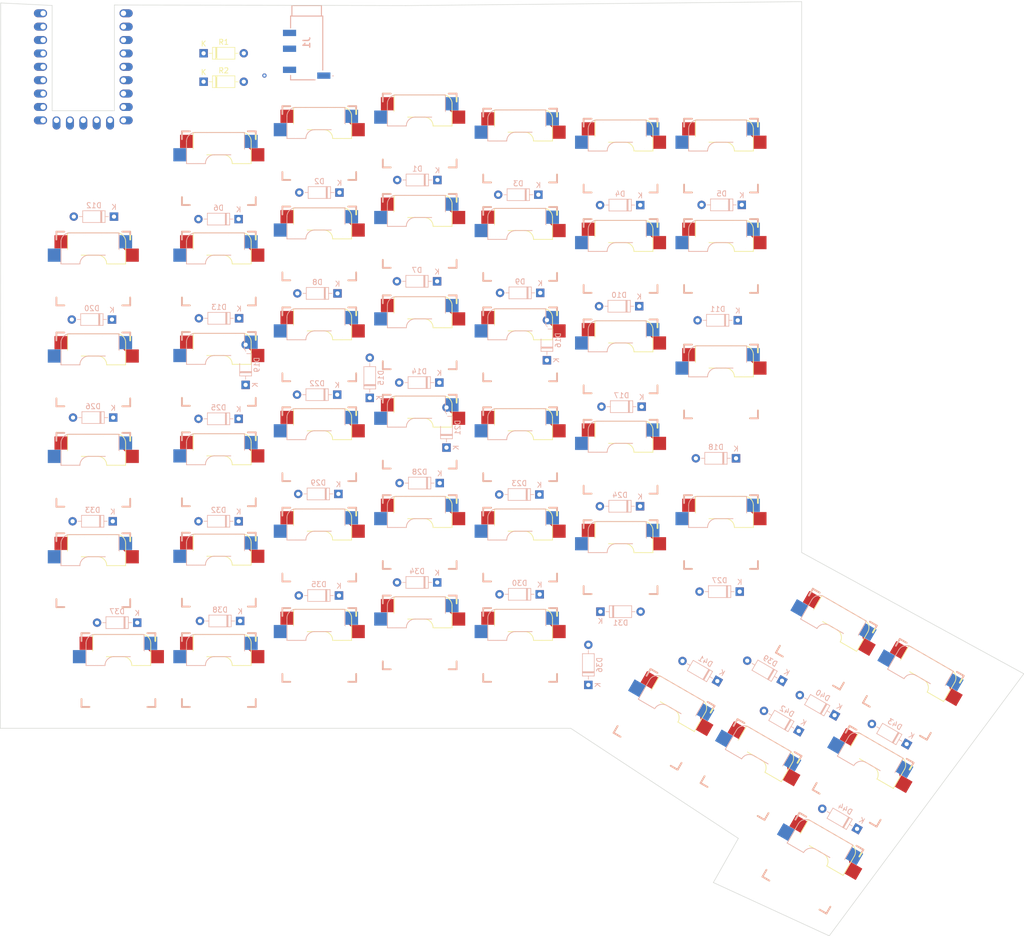
<source format=kicad_pcb>
(kicad_pcb (version 20221018) (generator pcbnew)
  (layers (0 "F.Cu" signal) (31 "B.Cu" signal) (34 "B.Paste" user) (35 "F.Paste" user) (36 "B.SilkS" user "B.Silkscreen") (37 "F.SilkS" user "F.Silkscreen") (38 "B.Mask" user) (39 "F.Mask" user) (44 "Edge.Cuts" user))
  (net 0 "")
  (net 1 "C0")
  (net 2 "C1")
  (net 3 "C2")
  (net 4 "C3")
  (net 5 "C4")
  (net 6 "C5")
  (net 7 "C6")
  (net 8 "C7")
  (net 13 "GND")
  (net 14 "SDA")
  (net 15 "SCL")
  (net 16 "VCC")
  (net 17 "R0")
  (net 18 "R1")
  (net 19 "R2")
  (net 20 "R3")
  (net 22 "R4")
  (net 23 "R5")
  (net 24 "Net-(D1-A)")
  (net 25 "Net-(D2-A)")
  (net 26 "Net-(D3-A)")
  (net 27 "Net-(D4-A)")
  (net 28 "Net-(D5-A)")
  (net 29 "Net-(D6-A)")
  (net 30 "Net-(D7-A)")
  (net 31 "Net-(D8-A)")
  (net 32 "Net-(D9-A)")
  (net 33 "Net-(D10-A)")
  (net 34 "Net-(D11-A)")
  (net 35 "Net-(D12-A)")
  (net 36 "Net-(D13-A)")
  (net 37 "Net-(D14-A)")
  (net 38 "Net-(D15-A)")
  (net 39 "Net-(D16-A)")
  (net 40 "Net-(D17-A)")
  (net 41 "Net-(D18-A)")
  (net 42 "Net-(D19-A)")
  (net 43 "Net-(D20-A)")
  (net 44 "Net-(D21-A)")
  (net 45 "Net-(D22-A)")
  (net 46 "Net-(D23-A)")
  (net 47 "Net-(D24-A)")
  (net 48 "Net-(D25-A)")
  (net 49 "Net-(D26-A)")
  (net 50 "Net-(D27-A)")
  (net 51 "Net-(D28-A)")
  (net 52 "Net-(D29-A)")
  (net 53 "Net-(D30-A)")
  (net 54 "Net-(D31-A)")
  (net 55 "Net-(D32-A)")
  (net 56 "Net-(D33-A)")
  (net 57 "Net-(D34-A)")
  (net 58 "Net-(D35-A)")
  (net 59 "Net-(D36-A)")
  (net 60 "Net-(D37-A)")
  (net 61 "Net-(D38-A)")
  (net 62 "Net-(D39-A)")
  (net 63 "Net-(D40-A)")
  (net 64 "Net-(D41-A)")
  (net 65 "Net-(D42-A)")
  (net 66 "Net-(D43-A)")
  (net 67 "Net-(D44-A)")
  (footprint "vbdox:Kailh_MX_Socket_reversible" (layer "F.Cu") (at 139.93 87.7765)
    (fp_text reference "K16" hide)
    (fp_text value "KEYSW" hide)
  )
  (footprint "ScottoKeebs_Components:Diode_DO-35" (layer "F.Cu") (at 79.89 37.94)
    (fp_text reference "R2")
    (fp_text value "2.2K")
  )
  (footprint "vbdox:Kailh_MX_Socket_reversible" (layer "F.Cu") (at 120.88 47.2)
    (fp_text reference "K1" hide)
    (fp_text value "KEYSW" hide)
  )
  (footprint "vbdox:Kailh_MX_Socket_reversible" (layer "F.Cu") (at 63.73 149.59375)
    (fp_text reference "K37" hide)
    (fp_text value "KEYSW" hide)
  )
  (footprint "vbdox:Kailh_MX_Socket_reversible" (layer "F.Cu") (at 101.83 125.78125)
    (fp_text reference "K29" hide)
    (fp_text value "KEYSW" hide)
  )
  (footprint "vbdox:Kailh_MX_Socket_reversible" (layer "F.Cu") (at 82.78 73.39375)
    (fp_text reference "K13" hide)
    (fp_text value "KEYSW" hide)
  )
  (footprint "vbdox:Kailh_MX_Socket_reversible" (layer "F.Cu") (at 139.93 50.0575)
    (fp_text reference "K3" hide)
    (fp_text value "KEYSW" hide)
  )
  (footprint "vbdox:Kailh_MX_Socket_reversible" (layer "F.Cu") (at 120.88 142.45)
    (fp_text reference "K34" hide)
    (fp_text value "KEYSW" hide)
  )
  (footprint "vbdox:Kailh_MX_Socket_reversible" (layer "F.Cu") (at 178.03 51.9625)
    (fp_text reference "K5" hide)
    (fp_text value "KEYSW" hide)
  )
  (footprint "vbdox:Kailh_MX_Socket_reversible" (layer "F.Cu") (at 214.51196 153.251108 -30)
    (fp_text reference "K40" hide)
    (fp_text value "KEYSW" hide)
  )
  (footprint "ScottoKeebs_Components:Diode_DO-35" (layer "F.Cu") (at 79.89 32.54)
    (fp_text reference "R1")
    (fp_text value "2.2K")
  )
  (footprint "vbdox:Kailh_MX_Socket_reversible" (layer "F.Cu") (at 178.03 94.825)
    (fp_text reference "K18" hide)
    (fp_text value "KEYSW" hide)
  )
  (footprint "vbdox:Kailh_MX_Socket_reversible" (layer "F.Cu") (at 183.726676 168.472784 -30)
    (fp_text reference "K42" hide)
    (fp_text value "KEYSW" hide)
  )
  (footprint "vbdox:Kailh_MX_Socket_reversible" (layer "F.Cu") (at 120.88 66.25)
    (fp_text reference "K7" hide)
    (fp_text value "KEYSW" hide)
  )
  (footprint "vbdox:Kailh_MX_Socket_reversible" (layer "F.Cu") (at 167.228892 158.947784 -30)
    (fp_text reference "K41" hide)
    (fp_text value "KEYSW" hide)
  )
  (footprint "vbdox:Kailh_MX_Socket_reversible" (layer "F.Cu") (at 101.83 144.83125)
    (fp_text reference "K35" hide)
    (fp_text value "KEYSW" hide)
  )
  (footprint "vbdox:Kailh_MX_Socket_reversible" (layer "F.Cu") (at 58.9675 73.39375)
    (fp_text reference "K12" hide)
    (fp_text value "KEYSW" hide)
  )
  (footprint "vbdox:Kailh_MX_Socket_reversible" (layer "F.Cu") (at 82.78 111.49375)
    (fp_text reference "K25" hide)
    (fp_text value "KEYSW" hide)
  )
  (footprint "vbdox:Kailh_MX_Socket_reversible" (layer "F.Cu") (at 101.83 68.63125)
    (fp_text reference "K8" hide)
    (fp_text value "KEYSW" hide)
  )
  (footprint "vbdox:Kailh_MX_Socket_reversible" (layer "F.Cu") (at 158.98 90.0625)
    (fp_text reference "K17" hide)
    (fp_text value "KEYSW" hide)
  )
  (footprint "vbdox:Kailh_MX_Socket_reversible" (layer "F.Cu") (at 120.88 85.490499)
    (fp_text reference "K14" hide)
    (fp_text value "KEYSW" hide)
  )
  (footprint "vbdox:Kailh_MX_Socket_reversible" (layer "F.Cu") (at 82.78 54.34375)
    (fp_text reference "K6" hide)
    (fp_text value "KEYSW" hide)
  )
  (footprint "vbdox:Kailh_MX_Socket_reversible" (layer "F.Cu") (at 139.93 106.73125)
    (fp_text reference "K23" hide)
    (fp_text value "KEYSW" hide)
  )
  (footprint "vbdox:Kailh_MX_Socket_reversible" (layer "F.Cu") (at 101.83 106.73125)
    (fp_text reference "K22" hide)
    (fp_text value "KEYSW" hide)
  )
  (footprint "vbdox:Kailh_MX_Socket_reversible" (layer "F.Cu") (at 82.78 149.59375)
    (fp_text reference "K38" hide)
    (fp_text value "KEYSW" hide)
  )
  (footprint "vbdox:Kailh_MX_Socket_reversible" (layer "F.Cu") (at 158.98 51.9625)
    (fp_text reference "K4" hide)
    (fp_text value "KEYSW" hide)
  )
  (footprint "vbdox:Kailh_MX_Socket_reversible" (layer "F.Cu") (at 198.014176 143.726108 -30)
    (fp_text reference "K39" hide)
    (fp_text value "KEYSW" hide)
  )
  (footprint "vbdox:Kailh_MX_Socket_reversible" (layer "F.Cu") (at 58.9675 111.589)
    (fp_text reference "K26" hide)
    (fp_text value "KEYSW" hide)
  )
  (footprint "vbdox:Kailh_MX_Socket_reversible" (layer "F.Cu") (at 82.78 92.44375)
    (fp_text reference "K19" hide)
    (fp_text value "KEYSW" hide)
  )
  (footprint "vbdox:Kailh_MX_Socket_reversible" (layer "F.Cu") (at 82.78 130.54375)
    (fp_text reference "K32" hide)
    (fp_text value "KEYSW" hide)
  )
  (footprint "vbdox:Kailh_MX_Socket_reversible" (layer "F.Cu") (at 101.83 87.7765)
    (fp_text reference "K15" hide)
    (fp_text value "KEYSW" hide)
  )
  (footprint "vbdox:Kailh_MX_Socket_reversible" (layer "F.Cu") (at 139.93 68.726499)
    (fp_text reference "K9" hide)
    (fp_text value "KEYSW" hide)
  )
  (footprint "vbdox:Kailh_MX_Socket_reversible" (layer "F.Cu") (at 158.98 128.1625)
    (fp_text reference "K31" hide)
    (fp_text value "KEYSW" hide)
  )
  (footprint "vbdox:Kailh_MX_Socket_reversible" (layer "F.Cu") (at 58.9675 130.639)
    (fp_text reference "K33" hide)
    (fp_text value "KEYSW" hide)
  )
  (footprint "vbdox:Kailh_MX_Socket_reversible" (layer "F.Cu") (at 139.93 125.78125)
    (fp_text reference "K30" hide)
    (fp_text value "KEYSW" hide)
  )
  (footprint "vbdox:Kailh_MX_Socket_reversible" (layer "F.Cu") (at 158.98 71.0125)
    (fp_text reference "K10" hide)
    (fp_text value "KEYSW" hide)
  )
  (footprint "vbdox:Kailh_MX_Socket_reversible" (layer "F.Cu") (at 120.88 123.4)
    (fp_text reference "K28" hide)
    (fp_text value "KEYSW" hide)
  )
  (footprint "vbdox:Kailh_MX_Socket_reversible" (layer "F.Cu") (at 178.03 71.0125)
    (fp_text reference "K11" hide)
    (fp_text value "KEYSW" hide)
  )
  (footprint "vbdox:Kailh_MX_Socket_reversible" (layer "F.Cu") (at 158.98 109.1125)
    (fp_text reference "K24" hide)
    (fp_text value "KEYSW" hide)
  )
  (footprint "vbdox:Kailh_MX_Socket_reversible" (layer "F.Cu") (at 58.9675 92.539)
    (fp_text reference "K20" hide)
    (fp_text value "KEYSW" hide)
  )
  (footprint "vbdox:Kailh_MX_Socket_reversible" (layer "F.Cu") (at 178.03 123.4)
    (fp_text reference "K27" hide)
    (fp_text value "KEYSW" hide)
  )
  (footprint "vbdox:Kailh_MX_Socket_reversible" (layer "F.Cu") (at 204.98696 169.748892 -30)
    (fp_text reference "K43" hide)
    (fp_text value "KEYSW" hide)
  )
  (footprint "vbdox:Kailh_MX_Socket_reversible" (layer "F.Cu") (at 139.93 144.83125)
    (fp_text reference "K36" hide)
    (fp_text value "KEYSW" hide)
  )
  (footprint "vbdox:Kailh_MX_Socket_reversible" (layer "F.Cu") (at 120.88 104.35)
    (fp_text reference "K21" hide)
    (fp_text value "KEYSW" hide)
  )
  (footprint "vbdox:Kailh_MX_Socket_reversible" (layer "F.Cu") (at 101.83 49.58125)
    (fp_text reference "K2" hide)
    (fp_text value "KEYSW" hide)
  )
  (footprint "vbdox:Kailh_MX_Socket_reversible" (layer "F.Cu") (at 195.46196 186.246676 -30)
    (fp_text reference "K44" hide)
    (fp_text value "KEYSW" hide)
  )
  (footprint "ScottoKeebs_Components:Diode_DO-35" (layer "B.Cu") (at 143.74 78.01 180)
    (fp_text reference "D9")
    (fp_text value "Diode")
  )
  (footprint "ScottoKeebs_Components:Diode_DO-35" (layer "B.Cu") (at 62.66 121.36 180)
    (fp_text reference "D33")
    (fp_text value "Diode")
  )
  (footprint "ScottoKeebs_Components:Diode_DO-35" (layer "B.Cu") (at 105.29 78.11 180)
    (fp_text reference "D8")
    (fp_text value "Diode")
  )
  (footprint "ScottoKeebs_Components:Diode_DO-35" (layer "B.Cu") (at 105.23 97.33 180)
    (fp_text reference "D22")
    (fp_text value "Diode")
  )
  (footprint "ScottoKeebs_MCU:RP2040_Zero" (layer "B.Cu") (at 57.07 35.11 180)
    (fp_text reference "U1" hide)
    (fp_text value "RP2040_Zero" hide)
  )
  (footprint "ScottoKeebs_Components:Diode_DO-35" (layer "B.Cu") (at 125.96 107.38 90)
    (fp_text reference "D21")
    (fp_text value "Diode")
  )
  (footprint "ScottoKeebs_Components:Diode_DO-35" (layer "B.Cu") (at 86.62 82.84 180)
    (fp_text reference "D13")
    (fp_text value "Diode")
  )
  (footprint "ScottoKeebs_Components:Diode_DO-35" (layer "B.Cu") (at 162.71 61.35 180)
    (fp_text reference "D4")
    (fp_text value "Diode")
  )
  (footprint "ScottoKeebs_Components:Diode_DO-35" (layer "B.Cu") (at 180.88 109.41 180)
    (fp_text reference "D18")
    (fp_text value "Diode")
  )
  (footprint "ScottoKeebs_Components:Diode_DO-35" (layer "B.Cu") (at 145.01 90.8065 90)
    (fp_text reference "D16")
    (fp_text value "Diode")
  )
  (footprint "ScottoKeebs_Components:Diode_DO-35" (layer "B.Cu") (at 177.329557 151.685 150)
    (fp_text reference "D41")
    (fp_text value "Diode")
  )
  (footprint "ScottoKeebs_Components:Diode_DO-35" (layer "B.Cu") (at 86.53 64.01 180)
    (fp_text reference "D6")
    (fp_text value "Diode")
  )
  (footprint "ScottoKeebs_Components:Diode_DO-35" (layer "B.Cu") (at 105.57 135.45 180)
    (fp_text reference "D35")
    (fp_text value "Diode")
  )
  (footprint "ScottoKeebs_Components:Diode_DO-35" (layer "B.Cu") (at 162.98 99.61 180)
    (fp_text reference "D17")
    (fp_text value "Diode")
  )
  (footprint "ScottoKeebs_Components:Diode_DO-35" (layer "B.Cu") (at 213.249557 163.635 150)
    (fp_text reference "D43")
    (fp_text value "Diode")
  )
  (footprint "ScottoKeebs_Components:Diode_DO-35" (layer "B.Cu") (at 67.3 140.6 180)
    (fp_text reference "D37")
    (fp_text value "Diode")
  )
  (footprint "ScottoKeebs_Components:Diode_DO-35" (layer "B.Cu") (at 162.68 118.51 180)
    (fp_text reference "D24")
    (fp_text value "Diode")
  )
  (footprint "ScottoKeebs_Components:Diode_DO-35" (layer "B.Cu") (at 111.41 97.94 90)
    (fp_text reference "D15")
    (fp_text value "Diode")
  )
  (footprint "ScottoKeebs_Components:Diode_DO-35" (layer "B.Cu") (at 62.51 83.07 180)
    (fp_text reference "D20")
    (fp_text value "Diode")
  )
  (footprint "ScottoKeebs_Components:Diode_DO-35" (layer "B.Cu") (at 155.16 138.51)
    (fp_text reference "D31")
    (fp_text value "Diode")
  )
  (footprint "ScottoKeebs_Components:Diode_DO-35" (layer "B.Cu") (at 87.86 95.47375 90)
    (fp_text reference "D19")
    (fp_text value "Diode")
  )
  (footprint "ScottoKeebs_Components:Diode_DO-35" (layer "B.Cu") (at 124.18 75.82 180)
    (fp_text reference "D7")
    (fp_text value "Diode")
  )
  (footprint "ScottoKeebs_Components:Diode_DO-35" (layer "B.Cu") (at 143.39 59.38 180)
    (fp_text reference "D3")
    (fp_text value "Diode")
  )
  (footprint "ScottoKeebs_Components:Diode_DO-35" (layer "B.Cu") (at 181.58 134.71 180)
    (fp_text reference "D27")
    (fp_text value "Diode")
  )
  (footprint "ScottoKeebs_Components:Diode_DO-35" (layer "B.Cu") (at 62.89 63.54 180)
    (fp_text reference "D12")
    (fp_text value "Diode")
  )
  (footprint "ScottoKeebs_Components:Diode_DO-35" (layer "B.Cu") (at 124.2 132.97 180)
    (fp_text reference "D34")
    (fp_text value "Diode")
  )
  (footprint "ScottoKeebs_Components:Diode_DO-35" (layer "B.Cu") (at 143.64 135.22 180)
    (fp_text reference "D30")
    (fp_text value "Diode")
  )
  (footprint "ScottoKeebs_Components:Diode_DO-35" (layer "B.Cu") (at 152.87 152.42 90)
    (fp_text reference "D36")
    (fp_text value "Diode")
  )
  (footprint "ScottoKeebs_Components:Diode_DO-35" (layer "B.Cu") (at 203.839557 179.725 150)
    (fp_text reference "D44")
    (fp_text value "Diode")
  )
  (footprint "ScottoKeebs_Components:Diode_DO-35" (layer "B.Cu") (at 86.54 121.36 180)
    (fp_text reference "D32")
    (fp_text value "Diode")
  )
  (footprint "ScottoKeebs_Components:Diode_DO-35" (layer "B.Cu") (at 189.599557 151.625 150)
    (fp_text reference "D39")
    (fp_text value "Diode")
  )
  (footprint "ScottoKeebs_Components:Diode_DO-35" (layer "B.Cu") (at 86.54 101.91 180)
    (fp_text reference "D25")
    (fp_text value "Diode")
  )
  (footprint "ScottoKeebs_Components:Diode_DO-35" (layer "B.Cu") (at 181.21 83.22 180)
    (fp_text reference "D11")
    (fp_text value "Diode")
  )
  (footprint "ScottoKeebs_Components:Diode_DO-35" (layer "B.Cu") (at 199.579557 158.165 150)
    (fp_text reference "D40")
    (fp_text value "Diode")
  )
  (footprint "ScottoKeebs_Components:Diode_DO-35" (layer "B.Cu") (at 192.779557 161.155 150)
    (fp_text reference "D42")
    (fp_text value "Diode")
  )
  (footprint "ScottoKeebs_Components:Diode_DO-35" (layer "B.Cu") (at 143.58 116.28 180)
    (fp_text reference "D23")
    (fp_text value "Diode")
  )
  (footprint "ScottoKeebs_Components:Diode_DO-35" (layer "B.Cu") (at 124.61 95.04 180)
    (fp_text reference "D14")
    (fp_text value "Diode")
  )
  (footprint "vbdox:PRT12639" (layer "B.Cu") (at 99.44 30.53 -90)
    (fp_text reference "J1")
    (fp_text value "PRT-12639" hide)
  )
  (footprint "ScottoKeebs_Components:Diode_DO-35" (layer "B.Cu") (at 124.24 56.59 180)
    (fp_text reference "D1")
    (fp_text value "Diode")
  )
  (footprint "ScottoKeebs_Components:Diode_DO-35" (layer "B.Cu") (at 62.74 101.68 180)
    (fp_text reference "D26")
    (fp_text value "Diode")
  )
  (footprint "ScottoKeebs_Components:Diode_DO-35" (layer "B.Cu") (at 105.46 116.17 180)
    (fp_text reference "D29")
    (fp_text value "Diode")
  )
  (footprint "ScottoKeebs_Components:Diode_DO-35" (layer "B.Cu") (at 124.68 114.11 180)
    (fp_text reference "D28")
    (fp_text value "Diode")
  )
  (footprint "ScottoKeebs_Components:Diode_DO-35" (layer "B.Cu") (at 162.52 80.55 180)
    (fp_text reference "D10")
    (fp_text value "Diode")
  )
  (footprint "ScottoKeebs_Components:Diode_DO-35" (layer "B.Cu") (at 105.66 58.97 180)
    (fp_text reference "D2")
    (fp_text value "Diode")
  )
  (footprint "ScottoKeebs_Components:Diode_DO-35" (layer "B.Cu") (at 181.97 61.31 180)
    (fp_text reference "D5")
    (fp_text value "Diode")
  )
  (footprint "ScottoKeebs_Components:Diode_DO-35" (layer "B.Cu") (at 86.82 140.28 180)
    (fp_text reference "D38")
    (fp_text value "Diode")
  )
  (gr_line (start 193.33 127.29) (end 235.47 150.3) (stroke (width 0.1)) (layer "Edge.Cuts"))
  (gr_line (start 198.56 200.04) (end 176.58 189.92) (stroke (width 0.1)) (layer "Edge.Cuts"))
  (gr_line (start 118.21 23.49) (end 193.33 22.74) (stroke (width 0.1)) (layer "Edge.Cuts"))
  (gr_line (start 51.16 43.44) (end 62.97 43.44) (stroke (width 0.1)) (layer "Edge.Cuts"))
  (gr_line (start 176.58 189.92) (end 181.32 181.54) (stroke (width 0.1)) (layer "Edge.Cuts"))
  (gr_line (start 235.47 150.3) (end 198.56 200.04) (stroke (width 0.1)) (layer "Edge.Cuts"))
  (gr_line (start 41.32 160.65) (end 41.41 22.99) (stroke (width 0.1)) (layer "Edge.Cuts"))
  (gr_line (start 62.97 23.38) (end 94.05 23.43) (stroke (width 0.1)) (layer "Edge.Cuts"))
  (gr_line (start 181.32 181.54) (end 149.53 160.65) (stroke (width 0.1)) (layer "Edge.Cuts"))
  (gr_line (start 193.33 22.74) (end 193.33 127.29) (stroke (width 0.1)) (layer "Edge.Cuts"))
  (gr_line (start 94.05 23.43) (end 118.21 23.49) (stroke (width 0.1)) (layer "Edge.Cuts"))
  (gr_line (start 62.97 43.44) (end 62.97 23.38) (stroke (width 0.1)) (layer "Edge.Cuts"))
  (gr_line (start 51.16 23.47) (end 41.41 22.99) (stroke (width 0.1)) (layer "Edge.Cuts"))
  (gr_line (start 51.16 23.47) (end 51.16 43.44) (stroke (width 0.1)) (layer "Edge.Cuts"))
  (gr_line (start 149.53 160.65) (end 41.32 160.65) (stroke (width 0.1)) (layer "Edge.Cuts"))
  (via (at 91.43 36.77) (size 0.8) (drill 0.4) (layers "F.Cu" "B.Cu") (net 0))
  (segment (start 128.24 44.66) (end 128.01 44.66) (width 0.25) (layer "F.Cu") (net 24))
  (segment (start 128.01 44.66) (end 125.96 42.61) (width 0.25) (layer "F.Cu") (net 24))
  (segment (start 109.19 47.04125) (end 108.96 47.04125) (width 0.25) (layer "F.Cu") (net 25))
  (segment (start 108.96 47.04125) (end 106.91 44.99125) (width 0.25) (layer "F.Cu") (net 25))
  (segment (start 147.29 47.5175) (end 147.06 47.5175) (width 0.25) (layer "F.Cu") (net 26))
  (segment (start 147.06 47.5175) (end 145.01 45.4675) (width 0.25) (layer "F.Cu") (net 26))
  (segment (start 166.34 49.4225) (end 166.11 49.4225) (width 0.25) (layer "F.Cu") (net 27))
  (segment (start 166.11 49.4225) (end 164.06 47.3725) (width 0.25) (layer "F.Cu") (net 27))
  (segment (start 185.39 49.4225) (end 185.16 49.4225) (width 0.25) (layer "F.Cu") (net 28))
  (segment (start 185.16 49.4225) (end 183.11 47.3725) (width 0.25) (layer "F.Cu") (net 28))
  (segment (start 90.14 51.80375) (end 89.91 51.80375) (width 0.25) (layer "F.Cu") (net 29))
  (segment (start 89.91 51.80375) (end 87.86 49.75375) (width 0.25) (layer "F.Cu") (net 29))
  (segment (start 128.24 63.71) (end 128.01 63.71) (width 0.25) (layer "F.Cu") (net 30))
  (segment (start 128.01 63.71) (end 125.96 61.66) (width 0.25) (layer "F.Cu") (net 30))
  (segment (start 109.19 66.09125) (end 108.96 66.09125) (width 0.25) (layer "F.Cu") (net 31))
  (segment (start 108.96 66.09125) (end 106.91 64.04125) (width 0.25) (layer "F.Cu") (net 31))
  (segment (start 147.06 66.186499) (end 145.01 64.136499) (width 0.25) (layer "F.Cu") (net 32))
  (segment (start 147.29 66.186499) (end 147.06 66.186499) (width 0.25) (layer "F.Cu") (net 32))
  (segment (start 166.34 68.4725) (end 166.11 68.4725) (width 0.25) (layer "F.Cu") (net 33))
  (segment (start 166.11 68.4725) (end 164.06 66.4225) (width 0.25) (layer "F.Cu") (net 33))
  (segment (start 185.39 68.4725) (end 185.16 68.4725) (width 0.25) (layer "F.Cu") (net 34))
  (segment (start 185.16 68.4725) (end 183.11 66.4225) (width 0.25) (layer "F.Cu") (net 34))
  (segment (start 66.0975 70.85375) (end 64.0475 68.80375) (width 0.25) (layer "F.Cu") (net 35))
  (segment (start 66.3275 70.85375) (end 66.0975 70.85375) (width 0.25) (layer "F.Cu") (net 35))
  (segment (start 89.91 70.85375) (end 87.86 68.80375) (width 0.25) (layer "F.Cu") (net 36))
  (segment (start 90.14 70.85375) (end 89.91 70.85375) (width 0.25) (layer "F.Cu") (net 36))
  (segment (start 128.01 82.950499) (end 125.96 80.900499) (width 0.25) (layer "F.Cu") (net 37))
  (segment (start 128.24 82.950499) (end 128.01 82.950499) (width 0.25) (layer "F.Cu") (net 37))
  (segment (start 109.19 85.2365) (end 108.96 85.2365) (width 0.25) (layer "F.Cu") (net 38))
  (segment (start 108.96 85.2365) (end 106.91 83.1865) (width 0.25) (layer "F.Cu") (net 38))
  (segment (start 147.06 85.2365) (end 145.01 83.1865) (width 0.25) (layer "F.Cu") (net 39))
  (segment (start 147.29 85.2365) (end 147.06 85.2365) (width 0.25) (layer "F.Cu") (net 39))
  (segment (start 166.11 87.5225) (end 164.06 85.4725) (width 0.25) (layer "F.Cu") (net 40))
  (segment (start 166.34 87.5225) (end 166.11 87.5225) (width 0.25) (layer "F.Cu") (net 40))
  (segment (start 185.39 92.285) (end 185.16 92.285) (width 0.25) (layer "F.Cu") (net 41))
  (segment (start 185.16 92.285) (end 183.11 90.235) (width 0.25) (layer "F.Cu") (net 41))
  (segment (start 89.91 89.90375) (end 87.86 87.85375) (width 0.25) (layer "F.Cu") (net 42))
  (segment (start 90.14 89.90375) (end 89.91 89.90375) (width 0.25) (layer "F.Cu") (net 42))
  (segment (start 66.0975 89.999) (end 64.0475 87.949) (width 0.25) (layer "F.Cu") (net 43))
  (segment (start 66.3275 89.999) (end 66.0975 89.999) (width 0.25) (layer "F.Cu") (net 43))
  (segment (start 128.24 101.81) (end 128.01 101.81) (width 0.25) (layer "F.Cu") (net 44))
  (segment (start 128.01 101.81) (end 125.96 99.76) (width 0.25) (layer "F.Cu") (net 44))
  (segment (start 108.96 104.19125) (end 106.91 102.14125) (width 0.25) (layer "F.Cu") (net 45))
  (segment (start 109.19 104.19125) (end 108.96 104.19125) (width 0.25) (layer "F.Cu") (net 45))
  (segment (start 147.06 104.19125) (end 145.01 102.14125) (width 0.25) (layer "F.Cu") (net 46))
  (segment (start 147.29 104.19125) (end 147.06 104.19125) (width 0.25) (layer "F.Cu") (net 46))
  (segment (start 166.11 106.5725) (end 164.06 104.5225) (width 0.25) (layer "F.Cu") (net 47))
  (segment (start 166.34 106.5725) (end 166.11 106.5725) (width 0.25) (layer "F.Cu") (net 47))
  (segment (start 90.14 108.95375) (end 89.91 108.95375) (width 0.25) (layer "F.Cu") (net 48))
  (segment (start 89.91 108.95375) (end 87.86 106.90375) (width 0.25) (layer "F.Cu") (net 48))
  (segment (start 66.3275 109.049) (end 66.0975 109.049) (width 0.25) (layer "F.Cu") (net 49))
  (segment (start 66.0975 109.049) (end 64.0475 106.999) (width 0.25) (layer "F.Cu") (net 49))
  (segment (start 185.16 120.86) (end 183.11 118.81) (width 0.25) (layer "F.Cu") (net 50))
  (segment (start 185.39 120.86) (end 185.16 120.86) (width 0.25) (layer "F.Cu") (net 50))
  (segment (start 128.24 120.86) (end 128.01 120.86) (width 0.25) (layer "F.Cu") (net 51))
  (segment (start 128.01 120.86) (end 125.96 118.81) (width 0.25) (layer "F.Cu") (net 51))
  (segment (start 109.19 123.24125) (end 108.96 123.24125) (width 0.25) (layer "F.Cu") (net 52))
  (segment (start 108.96 123.24125) (end 106.91 121.19125) (width 0.25) (layer "F.Cu") (net 52))
  (segment (start 147.06 123.24125) (end 145.01 121.19125) (width 0.25) (layer "F.Cu") (net 53))
  (segment (start 147.29 123.24125) (end 147.06 123.24125) (width 0.25) (layer "F.Cu") (net 53))
  (segment (start 166.34 125.6225) (end 166.11 125.6225) (width 0.25) (layer "F.Cu") (net 54))
  (segment (start 166.11 125.6225) (end 164.06 123.5725) (width 0.25) (layer "F.Cu") (net 54))
  (segment (start 89.91 128.00375) (end 87.86 125.95375) (width 0.25) (layer "F.Cu") (net 55))
  (segment (start 90.14 128.00375) (end 89.91 128.00375) (width 0.25) (layer "F.Cu") (net 55))
  (segment (start 66.0975 128.099) (end 64.0475 126.049) (width 0.25) (layer "F.Cu") (net 56))
  (segment (start 66.3275 128.099) (end 66.0975 128.099) (width 0.25) (layer "F.Cu") (net 56))
  (segment (start 128.24 139.91) (end 128.01 139.91) (width 0.25) (layer "F.Cu") (net 57))
  (segment (start 128.01 139.91) (end 125.96 137.86) (width 0.25) (layer "F.Cu") (net 57))
  (segment (start 108.96 142.29125) (end 106.91 140.24125) (width 0.25) (layer "F.Cu") (net 58))
  (segment (start 109.19 142.29125) (end 108.96 142.29125) (width 0.25) (layer "F.Cu") (net 58))
  (segment (start 147.06 142.29125) (end 145.01 140.24125) (width 0.25) (layer "F.Cu") (net 59))
  (segment (start 147.29 142.29125) (end 147.06 142.29125) (width 0.25) (layer "F.Cu") (net 59))
  (segment (start 71.09 147.05375) (end 70.86 147.05375) (width 0.25) (layer "F.Cu") (net 60))
  (segment (start 70.86 147.05375) (end 68.81 145.00375) (width 0.25) (layer "F.Cu") (net 60))
  (segment (start 89.91 147.05375) (end 87.86 145.00375) (width 0.25) (layer "F.Cu") (net 61))
  (segment (start 90.14 147.05375) (end 89.91 147.05375) (width 0.25) (layer "F.Cu") (net 61))
  (segment (start 205.658123 145.206403) (end 205.458937 145.091402) (width 0.25) (layer "F.Cu") (net 62))
  (segment (start 205.458937 145.091402) (end 204.708585 142.29105) (width 0.25) (layer "F.Cu") (net 62))
  (segment (start 221.956721 154.616402) (end 221.206369 151.81605) (width 0.25) (layer "F.Cu") (net 63))
  (segment (start 222.155907 154.731403) (end 221.956721 154.616402) (width 0.25) (layer "F.Cu") (net 63))
  (segment (start 174.872839 160.428079) (end 174.673653 160.313078) (width 0.25) (layer "F.Cu") (net 64))
  (segment (start 174.673653 160.313078) (end 173.923301 157.512726) (width 0.25) (layer "F.Cu") (net 64))
  (segment (start 191.370623 169.953079) (end 191.171437 169.838078) (width 0.25) (layer "F.Cu") (net 65))
  (segment (start 191.171437 169.838078) (end 190.421085 167.037726) (width 0.25) (layer "F.Cu") (net 65))
  (segment (start 212.431721 171.114186) (end 211.681369 168.313834) (width 0.25) (layer "F.Cu") (net 66))
  (segment (start 212.630907 171.229187) (end 212.431721 171.114186) (width 0.25) (layer "F.Cu") (net 66))
  (segment (start 202.906721 187.61197) (end 202.156369 184.811618) (width 0.25) (layer "F.Cu") (net 67))
  (segment (start 203.105907 187.726971) (end 202.906721 187.61197) (width 0.25) (layer "F.Cu") (net 67))
)
</source>
